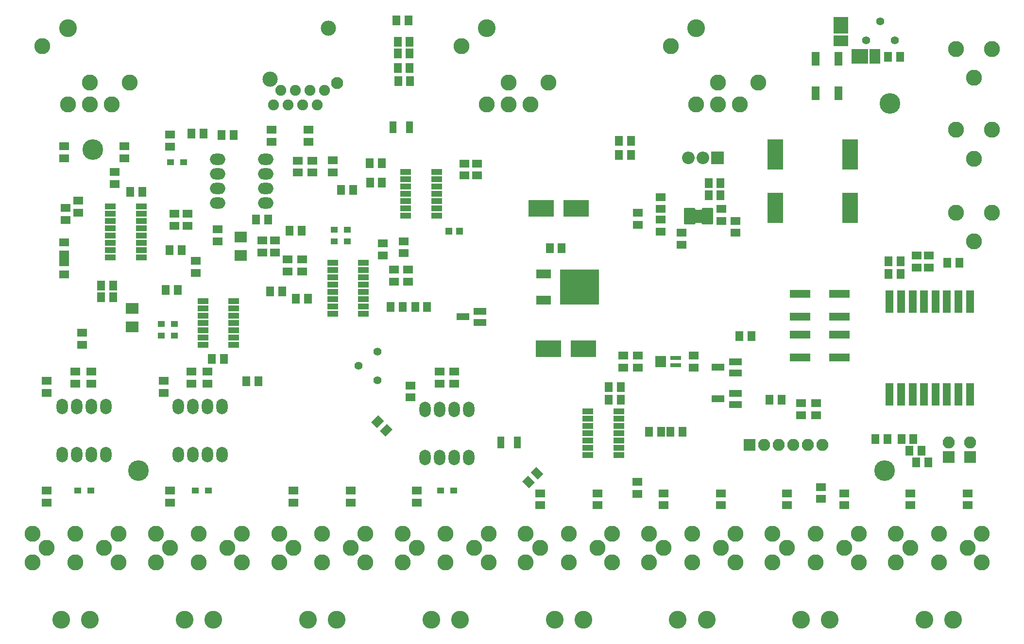
<source format=gbr>
G04 #@! TF.GenerationSoftware,KiCad,Pcbnew,5.1.4+dfsg1-1*
G04 #@! TF.CreationDate,2020-06-06T10:49:10+02:00*
G04 #@! TF.ProjectId,Midi_Merger,4d696469-5f4d-4657-9267-65722e6b6963,rev?*
G04 #@! TF.SameCoordinates,Original*
G04 #@! TF.FileFunction,Soldermask,Top*
G04 #@! TF.FilePolarity,Negative*
%FSLAX46Y46*%
G04 Gerber Fmt 4.6, Leading zero omitted, Abs format (unit mm)*
G04 Created by KiCad (PCBNEW 5.1.4+dfsg1-1) date 2020-06-06 10:49:10*
%MOMM*%
%LPD*%
G04 APERTURE LIST*
%ADD10R,1.400000X1.700000*%
%ADD11R,0.700000X1.850000*%
%ADD12R,1.700000X1.400000*%
%ADD13R,1.300000X1.000000*%
%ADD14C,3.100000*%
%ADD15C,2.800000*%
%ADD16R,1.900000X1.000000*%
%ADD17O,2.686000X1.974800*%
%ADD18O,1.974800X2.686000*%
%ADD19R,1.300000X1.300000*%
%ADD20R,3.600000X1.400000*%
%ADD21R,6.800000X6.200000*%
%ADD22R,2.600000X1.600000*%
%ADD23C,0.100000*%
%ADD24C,1.500000*%
%ADD25C,0.900000*%
%ADD26R,1.400000X3.900000*%
%ADD27R,2.800300X5.300000*%
%ADD28R,1.900000X0.800000*%
%ADD29O,2.100000X2.100000*%
%ADD30R,2.100000X2.100000*%
%ADD31R,2.300000X1.200000*%
%ADD32R,4.400000X2.900000*%
%ADD33C,1.400000*%
%ADD34R,1.400000X2.400000*%
%ADD35O,2.200000X2.200000*%
%ADD36R,2.200000X2.200000*%
%ADD37R,1.900000X2.500000*%
%ADD38R,2.900000X2.500000*%
%ADD39R,2.500000X2.900000*%
%ADD40R,2.500000X1.900000*%
%ADD41C,3.600000*%
%ADD42C,1.900000*%
%ADD43C,2.650000*%
%ADD44C,2.100000*%
%ADD45R,1.300000X2.100000*%
G04 APERTURE END LIST*
D10*
X68425000Y-98150000D03*
X66325000Y-98150000D03*
D11*
X57050000Y-99280000D03*
X57550000Y-99280000D03*
X58050000Y-99280000D03*
X58550000Y-99280000D03*
X58550000Y-102480000D03*
X58050000Y-102480000D03*
X57550000Y-102480000D03*
X57050000Y-102480000D03*
D10*
X111650000Y-101250000D03*
X113750000Y-101250000D03*
D12*
X68500000Y-103200000D03*
X68500000Y-105300000D03*
X84500000Y-104950000D03*
X84500000Y-107050000D03*
X29500000Y-92950000D03*
X29500000Y-95050000D03*
X46250000Y-95200000D03*
X46250000Y-97300000D03*
D10*
X132700000Y-133250000D03*
X134800000Y-133250000D03*
D13*
X47893000Y-86250000D03*
X45607000Y-86250000D03*
X76393000Y-100000000D03*
X74107000Y-100000000D03*
D10*
X62950000Y-108750000D03*
X65050000Y-108750000D03*
D13*
X76393000Y-98000000D03*
X74107000Y-98000000D03*
X92607000Y-143500000D03*
X94893000Y-143500000D03*
D10*
X90300000Y-111500000D03*
X88200000Y-111500000D03*
D13*
X49857000Y-143500000D03*
X52143000Y-143500000D03*
D12*
X27000000Y-105800000D03*
X27000000Y-103700000D03*
D13*
X46243000Y-114400000D03*
X43957000Y-114400000D03*
X46243000Y-116420000D03*
X43957000Y-116420000D03*
X29357000Y-143500000D03*
X31643000Y-143500000D03*
D12*
X50000000Y-105550000D03*
X50000000Y-103450000D03*
D14*
X182000000Y-166000000D03*
X177000000Y-166000000D03*
D15*
X187000000Y-151000000D03*
X187000000Y-156000000D03*
X179500000Y-151000000D03*
X172000000Y-151000000D03*
X179500000Y-156000000D03*
X172000000Y-156000000D03*
X184500000Y-153500000D03*
X174500000Y-153500000D03*
D14*
X139000000Y-166000000D03*
X134000000Y-166000000D03*
D15*
X144000000Y-151000000D03*
X144000000Y-156000000D03*
X136500000Y-151000000D03*
X129000000Y-151000000D03*
X136500000Y-156000000D03*
X129000000Y-156000000D03*
X141500000Y-153500000D03*
X131500000Y-153500000D03*
D14*
X160500000Y-166000000D03*
X155500000Y-166000000D03*
D15*
X165500000Y-151000000D03*
X165500000Y-156000000D03*
X158000000Y-151000000D03*
X150500000Y-151000000D03*
X158000000Y-156000000D03*
X150500000Y-156000000D03*
X163000000Y-153500000D03*
X153000000Y-153500000D03*
D14*
X96000000Y-166000000D03*
X91000000Y-166000000D03*
D15*
X101000000Y-151000000D03*
X101000000Y-156000000D03*
X93500000Y-151000000D03*
X86000000Y-151000000D03*
X93500000Y-156000000D03*
X86000000Y-156000000D03*
X98500000Y-153500000D03*
X88500000Y-153500000D03*
D14*
X117500000Y-166000000D03*
X112500000Y-166000000D03*
D15*
X122500000Y-151000000D03*
X122500000Y-156000000D03*
X115000000Y-151000000D03*
X107500000Y-151000000D03*
X115000000Y-156000000D03*
X107500000Y-156000000D03*
X120000000Y-153500000D03*
X110000000Y-153500000D03*
D14*
X53000000Y-166000000D03*
X48000000Y-166000000D03*
D15*
X58000000Y-151000000D03*
X58000000Y-156000000D03*
X50500000Y-151000000D03*
X43000000Y-151000000D03*
X50500000Y-156000000D03*
X43000000Y-156000000D03*
X55500000Y-153500000D03*
X45500000Y-153500000D03*
D14*
X74500000Y-166000000D03*
X69500000Y-166000000D03*
D15*
X79500000Y-151000000D03*
X79500000Y-156000000D03*
X72000000Y-151000000D03*
X64500000Y-151000000D03*
X72000000Y-156000000D03*
X64500000Y-156000000D03*
X77000000Y-153500000D03*
X67000000Y-153500000D03*
D14*
X31500000Y-166000000D03*
X26500000Y-166000000D03*
D15*
X36500000Y-151000000D03*
X36500000Y-156000000D03*
X29000000Y-151000000D03*
X21500000Y-151000000D03*
X29000000Y-156000000D03*
X21500000Y-156000000D03*
X34000000Y-153500000D03*
X24000000Y-153500000D03*
D10*
X131050000Y-133250000D03*
X128950000Y-133250000D03*
D12*
X70250000Y-85950000D03*
X70250000Y-88050000D03*
D10*
X80325000Y-89750000D03*
X82425000Y-89750000D03*
X49200000Y-81250000D03*
X51300000Y-81250000D03*
D12*
X67750000Y-85950000D03*
X67750000Y-88050000D03*
D10*
X82375000Y-86375000D03*
X80275000Y-86375000D03*
X67450000Y-110000000D03*
X69550000Y-110000000D03*
D12*
X184500000Y-146050000D03*
X184500000Y-143950000D03*
X141500000Y-146050000D03*
X141500000Y-143950000D03*
X66000000Y-103200000D03*
X66000000Y-105300000D03*
X174500000Y-146050000D03*
X174500000Y-143950000D03*
X131500000Y-146050000D03*
X131500000Y-143950000D03*
X163000000Y-146050000D03*
X163000000Y-143950000D03*
X95000000Y-122700000D03*
X95000000Y-124800000D03*
X88500000Y-143450000D03*
X88500000Y-145550000D03*
X92500000Y-122700000D03*
X92500000Y-124800000D03*
X153000000Y-146050000D03*
X153000000Y-143950000D03*
X120000000Y-146050000D03*
X120000000Y-143950000D03*
D10*
X86050000Y-111500000D03*
X83950000Y-111500000D03*
D12*
X87000000Y-104950000D03*
X87000000Y-107050000D03*
X110000000Y-146050000D03*
X110000000Y-143950000D03*
X52000000Y-122700000D03*
X52000000Y-124800000D03*
X45500000Y-143450000D03*
X45500000Y-145550000D03*
X49250000Y-122700000D03*
X49250000Y-124800000D03*
X27000000Y-83450000D03*
X27000000Y-85550000D03*
X37500000Y-83450000D03*
X37500000Y-85550000D03*
X27000000Y-102300000D03*
X27000000Y-100200000D03*
X77000000Y-145550000D03*
X77000000Y-143450000D03*
X27250000Y-94200000D03*
X27250000Y-96300000D03*
D10*
X46840000Y-108460000D03*
X44740000Y-108460000D03*
D12*
X67000000Y-145550000D03*
X67000000Y-143450000D03*
X31750000Y-122700000D03*
X31750000Y-124800000D03*
X24000000Y-143450000D03*
X24000000Y-145550000D03*
X29000000Y-122700000D03*
X29000000Y-124800000D03*
D10*
X47540000Y-101520000D03*
X45440000Y-101520000D03*
D12*
X48500000Y-95200000D03*
X48500000Y-97300000D03*
D16*
X86550000Y-87940000D03*
X86550000Y-89210000D03*
X86550000Y-90480000D03*
X86550000Y-91750000D03*
X86550000Y-93020000D03*
X86550000Y-94290000D03*
X86550000Y-95560000D03*
X91950000Y-95560000D03*
X91950000Y-94290000D03*
X91950000Y-93020000D03*
X91950000Y-91750000D03*
X91950000Y-90480000D03*
X91950000Y-89210000D03*
X91950000Y-87940000D03*
X73810000Y-103795000D03*
X73810000Y-105065000D03*
X73810000Y-106335000D03*
X73810000Y-107605000D03*
X73810000Y-108875000D03*
X73810000Y-110145000D03*
X73810000Y-111415000D03*
X73810000Y-112685000D03*
X79210000Y-112685000D03*
X79210000Y-111415000D03*
X79210000Y-110145000D03*
X79210000Y-108875000D03*
X79210000Y-107605000D03*
X79210000Y-106335000D03*
X79210000Y-105065000D03*
X79210000Y-103795000D03*
X118300000Y-129690000D03*
X118300000Y-130960000D03*
X118300000Y-132230000D03*
X118300000Y-133500000D03*
X118300000Y-134770000D03*
X118300000Y-136040000D03*
X118300000Y-137310000D03*
X123700000Y-137310000D03*
X123700000Y-136040000D03*
X123700000Y-134770000D03*
X123700000Y-133500000D03*
X123700000Y-132230000D03*
X123700000Y-130960000D03*
X123700000Y-129690000D03*
X56600000Y-118110000D03*
X56600000Y-116840000D03*
X56600000Y-115570000D03*
X56600000Y-114300000D03*
X56600000Y-113030000D03*
X56600000Y-111760000D03*
X56600000Y-110490000D03*
X51200000Y-110490000D03*
X51200000Y-111760000D03*
X51200000Y-113030000D03*
X51200000Y-114300000D03*
X51200000Y-115570000D03*
X51200000Y-116840000D03*
X51200000Y-118110000D03*
X35050000Y-93905000D03*
X35050000Y-95175000D03*
X35050000Y-96445000D03*
X35050000Y-97715000D03*
X35050000Y-98985000D03*
X35050000Y-100255000D03*
X35050000Y-101525000D03*
X35050000Y-102795000D03*
X40450000Y-102795000D03*
X40450000Y-101525000D03*
X40450000Y-100255000D03*
X40450000Y-98985000D03*
X40450000Y-97715000D03*
X40450000Y-96445000D03*
X40450000Y-95175000D03*
X40450000Y-93905000D03*
D10*
X125800000Y-82500000D03*
X123700000Y-82500000D03*
X125800000Y-85000000D03*
X123700000Y-85000000D03*
D17*
X62200000Y-85690000D03*
X53800000Y-93310000D03*
X53800000Y-85690000D03*
X53800000Y-88230000D03*
X53800000Y-90770000D03*
X62200000Y-93310000D03*
X62200000Y-90770000D03*
X62200000Y-88230000D03*
D18*
X26690000Y-128800000D03*
X34310000Y-137200000D03*
X26690000Y-137200000D03*
X29230000Y-137200000D03*
X31770000Y-137200000D03*
X34310000Y-128800000D03*
X31770000Y-128800000D03*
X29230000Y-128800000D03*
D10*
X35550000Y-109750000D03*
X33450000Y-109750000D03*
X35550000Y-107750000D03*
X33450000Y-107750000D03*
D14*
X137190000Y-62860000D03*
D15*
X141000000Y-76200000D03*
X132750000Y-66030000D03*
X141000000Y-72385000D03*
X137190000Y-76200000D03*
X144810000Y-76200000D03*
X147980000Y-72385000D03*
D14*
X100690000Y-62860000D03*
D15*
X104500000Y-76200000D03*
X96250000Y-66030000D03*
X104500000Y-72385000D03*
X100690000Y-76200000D03*
X108310000Y-76200000D03*
X111480000Y-72385000D03*
D14*
X27690000Y-62860000D03*
D15*
X31500000Y-76200000D03*
X23250000Y-66030000D03*
X31500000Y-72385000D03*
X27690000Y-76200000D03*
X35310000Y-76200000D03*
X38480000Y-72385000D03*
D18*
X89940000Y-129300000D03*
X97560000Y-137700000D03*
X89940000Y-137700000D03*
X92480000Y-137700000D03*
X95020000Y-137700000D03*
X97560000Y-129300000D03*
X95020000Y-129300000D03*
X92480000Y-129300000D03*
X46940000Y-128800000D03*
X54560000Y-137200000D03*
X46940000Y-137200000D03*
X49480000Y-137200000D03*
X52020000Y-137200000D03*
X54560000Y-128800000D03*
X52020000Y-128800000D03*
X49480000Y-128800000D03*
D12*
X73825000Y-88025000D03*
X73825000Y-85925000D03*
D10*
X75325000Y-91050000D03*
X77425000Y-91050000D03*
D19*
X94050000Y-98250000D03*
X95950000Y-98250000D03*
D20*
X162121080Y-116258200D03*
X155321080Y-116258200D03*
X155321080Y-120258200D03*
X162121080Y-120258200D03*
X155321080Y-109148740D03*
X162121080Y-109148740D03*
X162121080Y-113148740D03*
X155321080Y-113148740D03*
D21*
X116850000Y-108000000D03*
D22*
X110550000Y-110280000D03*
X110550000Y-105720000D03*
D23*
G36*
X138042506Y-94501642D02*
G01*
X138075599Y-94506550D01*
X138108052Y-94514679D01*
X138139551Y-94525950D01*
X138169794Y-94540254D01*
X138198490Y-94557454D01*
X138225361Y-94577383D01*
X138250150Y-94599850D01*
X138272617Y-94624639D01*
X138292546Y-94651510D01*
X138309746Y-94680206D01*
X138324050Y-94710449D01*
X138335321Y-94741948D01*
X138343450Y-94774401D01*
X138348358Y-94807494D01*
X138350000Y-94840909D01*
X138350000Y-96459091D01*
X138348358Y-96492506D01*
X138343450Y-96525599D01*
X138335321Y-96558052D01*
X138324050Y-96589551D01*
X138309746Y-96619794D01*
X138292546Y-96648490D01*
X138272617Y-96675361D01*
X138250150Y-96700150D01*
X138225361Y-96722617D01*
X138198490Y-96742546D01*
X138169794Y-96759746D01*
X138139551Y-96774050D01*
X138108052Y-96785321D01*
X138075599Y-96793450D01*
X138042506Y-96798358D01*
X138009091Y-96800000D01*
X137190909Y-96800000D01*
X137157494Y-96798358D01*
X137124401Y-96793450D01*
X137091948Y-96785321D01*
X137060449Y-96774050D01*
X137030206Y-96759746D01*
X137001510Y-96742546D01*
X136974639Y-96722617D01*
X136949850Y-96700150D01*
X136927383Y-96675361D01*
X136907454Y-96648490D01*
X136890254Y-96619794D01*
X136875950Y-96589551D01*
X136864679Y-96558052D01*
X136856550Y-96525599D01*
X136851642Y-96492506D01*
X136850000Y-96459091D01*
X136850000Y-94840909D01*
X136851642Y-94807494D01*
X136856550Y-94774401D01*
X136864679Y-94741948D01*
X136875950Y-94710449D01*
X136890254Y-94680206D01*
X136907454Y-94651510D01*
X136927383Y-94624639D01*
X136949850Y-94599850D01*
X136974639Y-94577383D01*
X137001510Y-94557454D01*
X137030206Y-94540254D01*
X137060449Y-94525950D01*
X137091948Y-94514679D01*
X137124401Y-94506550D01*
X137157494Y-94501642D01*
X137190909Y-94500000D01*
X138009091Y-94500000D01*
X138042506Y-94501642D01*
X138042506Y-94501642D01*
G37*
D24*
X137600000Y-95650000D03*
D23*
G36*
X139972054Y-96176083D02*
G01*
X139993895Y-96179323D01*
X140015314Y-96184688D01*
X140036104Y-96192127D01*
X140056064Y-96201568D01*
X140075003Y-96212919D01*
X140092738Y-96226073D01*
X140109099Y-96240901D01*
X140123927Y-96257262D01*
X140137081Y-96274997D01*
X140148432Y-96293936D01*
X140157873Y-96313896D01*
X140165312Y-96334686D01*
X140170677Y-96356105D01*
X140173917Y-96377946D01*
X140175000Y-96400000D01*
X140175000Y-96850000D01*
X140173917Y-96872054D01*
X140170677Y-96893895D01*
X140165312Y-96915314D01*
X140157873Y-96936104D01*
X140148432Y-96956064D01*
X140137081Y-96975003D01*
X140123927Y-96992738D01*
X140109099Y-97009099D01*
X140092738Y-97023927D01*
X140075003Y-97037081D01*
X140056064Y-97048432D01*
X140036104Y-97057873D01*
X140015314Y-97065312D01*
X139993895Y-97070677D01*
X139972054Y-97073917D01*
X139950000Y-97075000D01*
X138375000Y-97075000D01*
X138352946Y-97073917D01*
X138331105Y-97070677D01*
X138309686Y-97065312D01*
X138288896Y-97057873D01*
X138268936Y-97048432D01*
X138249997Y-97037081D01*
X138232262Y-97023927D01*
X138215901Y-97009099D01*
X138201073Y-96992738D01*
X138187919Y-96975003D01*
X138176568Y-96956064D01*
X138167127Y-96936104D01*
X138159688Y-96915314D01*
X138154323Y-96893895D01*
X138151083Y-96872054D01*
X138150000Y-96850000D01*
X138150000Y-96400000D01*
X138151083Y-96377946D01*
X138154323Y-96356105D01*
X138159688Y-96334686D01*
X138167127Y-96313896D01*
X138176568Y-96293936D01*
X138187919Y-96274997D01*
X138201073Y-96257262D01*
X138215901Y-96240901D01*
X138232262Y-96226073D01*
X138249997Y-96212919D01*
X138268936Y-96201568D01*
X138288896Y-96192127D01*
X138309686Y-96184688D01*
X138331105Y-96179323D01*
X138352946Y-96176083D01*
X138375000Y-96175000D01*
X139950000Y-96175000D01*
X139972054Y-96176083D01*
X139972054Y-96176083D01*
G37*
D25*
X139162500Y-96625000D03*
D23*
G36*
X139972054Y-95526083D02*
G01*
X139993895Y-95529323D01*
X140015314Y-95534688D01*
X140036104Y-95542127D01*
X140056064Y-95551568D01*
X140075003Y-95562919D01*
X140092738Y-95576073D01*
X140109099Y-95590901D01*
X140123927Y-95607262D01*
X140137081Y-95624997D01*
X140148432Y-95643936D01*
X140157873Y-95663896D01*
X140165312Y-95684686D01*
X140170677Y-95706105D01*
X140173917Y-95727946D01*
X140175000Y-95750000D01*
X140175000Y-96200000D01*
X140173917Y-96222054D01*
X140170677Y-96243895D01*
X140165312Y-96265314D01*
X140157873Y-96286104D01*
X140148432Y-96306064D01*
X140137081Y-96325003D01*
X140123927Y-96342738D01*
X140109099Y-96359099D01*
X140092738Y-96373927D01*
X140075003Y-96387081D01*
X140056064Y-96398432D01*
X140036104Y-96407873D01*
X140015314Y-96415312D01*
X139993895Y-96420677D01*
X139972054Y-96423917D01*
X139950000Y-96425000D01*
X138375000Y-96425000D01*
X138352946Y-96423917D01*
X138331105Y-96420677D01*
X138309686Y-96415312D01*
X138288896Y-96407873D01*
X138268936Y-96398432D01*
X138249997Y-96387081D01*
X138232262Y-96373927D01*
X138215901Y-96359099D01*
X138201073Y-96342738D01*
X138187919Y-96325003D01*
X138176568Y-96306064D01*
X138167127Y-96286104D01*
X138159688Y-96265314D01*
X138154323Y-96243895D01*
X138151083Y-96222054D01*
X138150000Y-96200000D01*
X138150000Y-95750000D01*
X138151083Y-95727946D01*
X138154323Y-95706105D01*
X138159688Y-95684686D01*
X138167127Y-95663896D01*
X138176568Y-95643936D01*
X138187919Y-95624997D01*
X138201073Y-95607262D01*
X138215901Y-95590901D01*
X138232262Y-95576073D01*
X138249997Y-95562919D01*
X138268936Y-95551568D01*
X138288896Y-95542127D01*
X138309686Y-95534688D01*
X138331105Y-95529323D01*
X138352946Y-95526083D01*
X138375000Y-95525000D01*
X139950000Y-95525000D01*
X139972054Y-95526083D01*
X139972054Y-95526083D01*
G37*
D25*
X139162500Y-95975000D03*
D23*
G36*
X139972054Y-94876083D02*
G01*
X139993895Y-94879323D01*
X140015314Y-94884688D01*
X140036104Y-94892127D01*
X140056064Y-94901568D01*
X140075003Y-94912919D01*
X140092738Y-94926073D01*
X140109099Y-94940901D01*
X140123927Y-94957262D01*
X140137081Y-94974997D01*
X140148432Y-94993936D01*
X140157873Y-95013896D01*
X140165312Y-95034686D01*
X140170677Y-95056105D01*
X140173917Y-95077946D01*
X140175000Y-95100000D01*
X140175000Y-95550000D01*
X140173917Y-95572054D01*
X140170677Y-95593895D01*
X140165312Y-95615314D01*
X140157873Y-95636104D01*
X140148432Y-95656064D01*
X140137081Y-95675003D01*
X140123927Y-95692738D01*
X140109099Y-95709099D01*
X140092738Y-95723927D01*
X140075003Y-95737081D01*
X140056064Y-95748432D01*
X140036104Y-95757873D01*
X140015314Y-95765312D01*
X139993895Y-95770677D01*
X139972054Y-95773917D01*
X139950000Y-95775000D01*
X138375000Y-95775000D01*
X138352946Y-95773917D01*
X138331105Y-95770677D01*
X138309686Y-95765312D01*
X138288896Y-95757873D01*
X138268936Y-95748432D01*
X138249997Y-95737081D01*
X138232262Y-95723927D01*
X138215901Y-95709099D01*
X138201073Y-95692738D01*
X138187919Y-95675003D01*
X138176568Y-95656064D01*
X138167127Y-95636104D01*
X138159688Y-95615314D01*
X138154323Y-95593895D01*
X138151083Y-95572054D01*
X138150000Y-95550000D01*
X138150000Y-95100000D01*
X138151083Y-95077946D01*
X138154323Y-95056105D01*
X138159688Y-95034686D01*
X138167127Y-95013896D01*
X138176568Y-94993936D01*
X138187919Y-94974997D01*
X138201073Y-94957262D01*
X138215901Y-94940901D01*
X138232262Y-94926073D01*
X138249997Y-94912919D01*
X138268936Y-94901568D01*
X138288896Y-94892127D01*
X138309686Y-94884688D01*
X138331105Y-94879323D01*
X138352946Y-94876083D01*
X138375000Y-94875000D01*
X139950000Y-94875000D01*
X139972054Y-94876083D01*
X139972054Y-94876083D01*
G37*
D25*
X139162500Y-95325000D03*
D23*
G36*
X139972054Y-94226083D02*
G01*
X139993895Y-94229323D01*
X140015314Y-94234688D01*
X140036104Y-94242127D01*
X140056064Y-94251568D01*
X140075003Y-94262919D01*
X140092738Y-94276073D01*
X140109099Y-94290901D01*
X140123927Y-94307262D01*
X140137081Y-94324997D01*
X140148432Y-94343936D01*
X140157873Y-94363896D01*
X140165312Y-94384686D01*
X140170677Y-94406105D01*
X140173917Y-94427946D01*
X140175000Y-94450000D01*
X140175000Y-94900000D01*
X140173917Y-94922054D01*
X140170677Y-94943895D01*
X140165312Y-94965314D01*
X140157873Y-94986104D01*
X140148432Y-95006064D01*
X140137081Y-95025003D01*
X140123927Y-95042738D01*
X140109099Y-95059099D01*
X140092738Y-95073927D01*
X140075003Y-95087081D01*
X140056064Y-95098432D01*
X140036104Y-95107873D01*
X140015314Y-95115312D01*
X139993895Y-95120677D01*
X139972054Y-95123917D01*
X139950000Y-95125000D01*
X138375000Y-95125000D01*
X138352946Y-95123917D01*
X138331105Y-95120677D01*
X138309686Y-95115312D01*
X138288896Y-95107873D01*
X138268936Y-95098432D01*
X138249997Y-95087081D01*
X138232262Y-95073927D01*
X138215901Y-95059099D01*
X138201073Y-95042738D01*
X138187919Y-95025003D01*
X138176568Y-95006064D01*
X138167127Y-94986104D01*
X138159688Y-94965314D01*
X138154323Y-94943895D01*
X138151083Y-94922054D01*
X138150000Y-94900000D01*
X138150000Y-94450000D01*
X138151083Y-94427946D01*
X138154323Y-94406105D01*
X138159688Y-94384686D01*
X138167127Y-94363896D01*
X138176568Y-94343936D01*
X138187919Y-94324997D01*
X138201073Y-94307262D01*
X138215901Y-94290901D01*
X138232262Y-94276073D01*
X138249997Y-94262919D01*
X138268936Y-94251568D01*
X138288896Y-94242127D01*
X138309686Y-94234688D01*
X138331105Y-94229323D01*
X138352946Y-94226083D01*
X138375000Y-94225000D01*
X139950000Y-94225000D01*
X139972054Y-94226083D01*
X139972054Y-94226083D01*
G37*
D25*
X139162500Y-94675000D03*
D23*
G36*
X136847054Y-94226083D02*
G01*
X136868895Y-94229323D01*
X136890314Y-94234688D01*
X136911104Y-94242127D01*
X136931064Y-94251568D01*
X136950003Y-94262919D01*
X136967738Y-94276073D01*
X136984099Y-94290901D01*
X136998927Y-94307262D01*
X137012081Y-94324997D01*
X137023432Y-94343936D01*
X137032873Y-94363896D01*
X137040312Y-94384686D01*
X137045677Y-94406105D01*
X137048917Y-94427946D01*
X137050000Y-94450000D01*
X137050000Y-94900000D01*
X137048917Y-94922054D01*
X137045677Y-94943895D01*
X137040312Y-94965314D01*
X137032873Y-94986104D01*
X137023432Y-95006064D01*
X137012081Y-95025003D01*
X136998927Y-95042738D01*
X136984099Y-95059099D01*
X136967738Y-95073927D01*
X136950003Y-95087081D01*
X136931064Y-95098432D01*
X136911104Y-95107873D01*
X136890314Y-95115312D01*
X136868895Y-95120677D01*
X136847054Y-95123917D01*
X136825000Y-95125000D01*
X135250000Y-95125000D01*
X135227946Y-95123917D01*
X135206105Y-95120677D01*
X135184686Y-95115312D01*
X135163896Y-95107873D01*
X135143936Y-95098432D01*
X135124997Y-95087081D01*
X135107262Y-95073927D01*
X135090901Y-95059099D01*
X135076073Y-95042738D01*
X135062919Y-95025003D01*
X135051568Y-95006064D01*
X135042127Y-94986104D01*
X135034688Y-94965314D01*
X135029323Y-94943895D01*
X135026083Y-94922054D01*
X135025000Y-94900000D01*
X135025000Y-94450000D01*
X135026083Y-94427946D01*
X135029323Y-94406105D01*
X135034688Y-94384686D01*
X135042127Y-94363896D01*
X135051568Y-94343936D01*
X135062919Y-94324997D01*
X135076073Y-94307262D01*
X135090901Y-94290901D01*
X135107262Y-94276073D01*
X135124997Y-94262919D01*
X135143936Y-94251568D01*
X135163896Y-94242127D01*
X135184686Y-94234688D01*
X135206105Y-94229323D01*
X135227946Y-94226083D01*
X135250000Y-94225000D01*
X136825000Y-94225000D01*
X136847054Y-94226083D01*
X136847054Y-94226083D01*
G37*
D25*
X136037500Y-94675000D03*
D23*
G36*
X136847054Y-94876083D02*
G01*
X136868895Y-94879323D01*
X136890314Y-94884688D01*
X136911104Y-94892127D01*
X136931064Y-94901568D01*
X136950003Y-94912919D01*
X136967738Y-94926073D01*
X136984099Y-94940901D01*
X136998927Y-94957262D01*
X137012081Y-94974997D01*
X137023432Y-94993936D01*
X137032873Y-95013896D01*
X137040312Y-95034686D01*
X137045677Y-95056105D01*
X137048917Y-95077946D01*
X137050000Y-95100000D01*
X137050000Y-95550000D01*
X137048917Y-95572054D01*
X137045677Y-95593895D01*
X137040312Y-95615314D01*
X137032873Y-95636104D01*
X137023432Y-95656064D01*
X137012081Y-95675003D01*
X136998927Y-95692738D01*
X136984099Y-95709099D01*
X136967738Y-95723927D01*
X136950003Y-95737081D01*
X136931064Y-95748432D01*
X136911104Y-95757873D01*
X136890314Y-95765312D01*
X136868895Y-95770677D01*
X136847054Y-95773917D01*
X136825000Y-95775000D01*
X135250000Y-95775000D01*
X135227946Y-95773917D01*
X135206105Y-95770677D01*
X135184686Y-95765312D01*
X135163896Y-95757873D01*
X135143936Y-95748432D01*
X135124997Y-95737081D01*
X135107262Y-95723927D01*
X135090901Y-95709099D01*
X135076073Y-95692738D01*
X135062919Y-95675003D01*
X135051568Y-95656064D01*
X135042127Y-95636104D01*
X135034688Y-95615314D01*
X135029323Y-95593895D01*
X135026083Y-95572054D01*
X135025000Y-95550000D01*
X135025000Y-95100000D01*
X135026083Y-95077946D01*
X135029323Y-95056105D01*
X135034688Y-95034686D01*
X135042127Y-95013896D01*
X135051568Y-94993936D01*
X135062919Y-94974997D01*
X135076073Y-94957262D01*
X135090901Y-94940901D01*
X135107262Y-94926073D01*
X135124997Y-94912919D01*
X135143936Y-94901568D01*
X135163896Y-94892127D01*
X135184686Y-94884688D01*
X135206105Y-94879323D01*
X135227946Y-94876083D01*
X135250000Y-94875000D01*
X136825000Y-94875000D01*
X136847054Y-94876083D01*
X136847054Y-94876083D01*
G37*
D25*
X136037500Y-95325000D03*
D23*
G36*
X136847054Y-95526083D02*
G01*
X136868895Y-95529323D01*
X136890314Y-95534688D01*
X136911104Y-95542127D01*
X136931064Y-95551568D01*
X136950003Y-95562919D01*
X136967738Y-95576073D01*
X136984099Y-95590901D01*
X136998927Y-95607262D01*
X137012081Y-95624997D01*
X137023432Y-95643936D01*
X137032873Y-95663896D01*
X137040312Y-95684686D01*
X137045677Y-95706105D01*
X137048917Y-95727946D01*
X137050000Y-95750000D01*
X137050000Y-96200000D01*
X137048917Y-96222054D01*
X137045677Y-96243895D01*
X137040312Y-96265314D01*
X137032873Y-96286104D01*
X137023432Y-96306064D01*
X137012081Y-96325003D01*
X136998927Y-96342738D01*
X136984099Y-96359099D01*
X136967738Y-96373927D01*
X136950003Y-96387081D01*
X136931064Y-96398432D01*
X136911104Y-96407873D01*
X136890314Y-96415312D01*
X136868895Y-96420677D01*
X136847054Y-96423917D01*
X136825000Y-96425000D01*
X135250000Y-96425000D01*
X135227946Y-96423917D01*
X135206105Y-96420677D01*
X135184686Y-96415312D01*
X135163896Y-96407873D01*
X135143936Y-96398432D01*
X135124997Y-96387081D01*
X135107262Y-96373927D01*
X135090901Y-96359099D01*
X135076073Y-96342738D01*
X135062919Y-96325003D01*
X135051568Y-96306064D01*
X135042127Y-96286104D01*
X135034688Y-96265314D01*
X135029323Y-96243895D01*
X135026083Y-96222054D01*
X135025000Y-96200000D01*
X135025000Y-95750000D01*
X135026083Y-95727946D01*
X135029323Y-95706105D01*
X135034688Y-95684686D01*
X135042127Y-95663896D01*
X135051568Y-95643936D01*
X135062919Y-95624997D01*
X135076073Y-95607262D01*
X135090901Y-95590901D01*
X135107262Y-95576073D01*
X135124997Y-95562919D01*
X135143936Y-95551568D01*
X135163896Y-95542127D01*
X135184686Y-95534688D01*
X135206105Y-95529323D01*
X135227946Y-95526083D01*
X135250000Y-95525000D01*
X136825000Y-95525000D01*
X136847054Y-95526083D01*
X136847054Y-95526083D01*
G37*
D25*
X136037500Y-95975000D03*
D23*
G36*
X136847054Y-96176083D02*
G01*
X136868895Y-96179323D01*
X136890314Y-96184688D01*
X136911104Y-96192127D01*
X136931064Y-96201568D01*
X136950003Y-96212919D01*
X136967738Y-96226073D01*
X136984099Y-96240901D01*
X136998927Y-96257262D01*
X137012081Y-96274997D01*
X137023432Y-96293936D01*
X137032873Y-96313896D01*
X137040312Y-96334686D01*
X137045677Y-96356105D01*
X137048917Y-96377946D01*
X137050000Y-96400000D01*
X137050000Y-96850000D01*
X137048917Y-96872054D01*
X137045677Y-96893895D01*
X137040312Y-96915314D01*
X137032873Y-96936104D01*
X137023432Y-96956064D01*
X137012081Y-96975003D01*
X136998927Y-96992738D01*
X136984099Y-97009099D01*
X136967738Y-97023927D01*
X136950003Y-97037081D01*
X136931064Y-97048432D01*
X136911104Y-97057873D01*
X136890314Y-97065312D01*
X136868895Y-97070677D01*
X136847054Y-97073917D01*
X136825000Y-97075000D01*
X135250000Y-97075000D01*
X135227946Y-97073917D01*
X135206105Y-97070677D01*
X135184686Y-97065312D01*
X135163896Y-97057873D01*
X135143936Y-97048432D01*
X135124997Y-97037081D01*
X135107262Y-97023927D01*
X135090901Y-97009099D01*
X135076073Y-96992738D01*
X135062919Y-96975003D01*
X135051568Y-96956064D01*
X135042127Y-96936104D01*
X135034688Y-96915314D01*
X135029323Y-96893895D01*
X135026083Y-96872054D01*
X135025000Y-96850000D01*
X135025000Y-96400000D01*
X135026083Y-96377946D01*
X135029323Y-96356105D01*
X135034688Y-96334686D01*
X135042127Y-96313896D01*
X135051568Y-96293936D01*
X135062919Y-96274997D01*
X135076073Y-96257262D01*
X135090901Y-96240901D01*
X135107262Y-96226073D01*
X135124997Y-96212919D01*
X135143936Y-96201568D01*
X135163896Y-96192127D01*
X135184686Y-96184688D01*
X135206105Y-96179323D01*
X135227946Y-96176083D01*
X135250000Y-96175000D01*
X136825000Y-96175000D01*
X136847054Y-96176083D01*
X136847054Y-96176083D01*
G37*
D25*
X136037500Y-96625000D03*
D26*
X184900000Y-126700000D03*
X182900000Y-126700000D03*
X180900000Y-126700000D03*
X178900000Y-126700000D03*
X176900000Y-126700000D03*
X174900000Y-126700000D03*
X172900000Y-126700000D03*
X170900000Y-126700000D03*
X170900000Y-110500000D03*
X172900000Y-110500000D03*
X174900000Y-110500000D03*
X176900000Y-110500000D03*
X178900000Y-110500000D03*
X180900000Y-110500000D03*
X182900000Y-110500000D03*
X184900000Y-110500000D03*
D12*
X127000000Y-122050000D03*
X127000000Y-119950000D03*
X136750000Y-119950000D03*
X136750000Y-122050000D03*
X124500000Y-119950000D03*
X124500000Y-122050000D03*
D10*
X144750000Y-116550000D03*
X146850000Y-116550000D03*
X176450000Y-136500000D03*
X174350000Y-136500000D03*
X152050000Y-127600000D03*
X149950000Y-127600000D03*
X175050000Y-134500000D03*
X172950000Y-134500000D03*
D12*
X175634940Y-102532080D03*
X175634940Y-104632080D03*
X131000000Y-94400000D03*
X131000000Y-92300000D03*
X131000000Y-96250000D03*
X131000000Y-98350000D03*
X127000000Y-97150000D03*
X127000000Y-95050000D03*
D27*
X151000000Y-84900000D03*
X151000000Y-94200000D03*
X164000000Y-94200000D03*
X164000000Y-84900000D03*
D10*
X54850000Y-120500000D03*
X52750000Y-120500000D03*
X170706360Y-103528740D03*
X172806360Y-103528740D03*
X180950000Y-103800000D03*
X183050000Y-103800000D03*
D12*
X158050000Y-130350000D03*
X158050000Y-128250000D03*
X155500000Y-130350000D03*
X155500000Y-128250000D03*
D28*
X133660000Y-120350000D03*
X133660000Y-121650000D03*
X131000000Y-121650000D03*
X131000000Y-121000000D03*
X131000000Y-120350000D03*
D29*
X184900000Y-135060000D03*
D30*
X184900000Y-137600000D03*
D15*
X188700000Y-66500000D03*
X185600000Y-71500000D03*
X182500000Y-66500000D03*
X182500000Y-80600000D03*
X185600000Y-85600000D03*
X188700000Y-80600000D03*
X188700000Y-95000000D03*
X185600000Y-100000000D03*
X182500000Y-95000000D03*
D29*
X181200000Y-135060000D03*
D30*
X181200000Y-137600000D03*
D31*
X141000000Y-122000000D03*
X144000000Y-121050000D03*
X144000000Y-122950000D03*
X141000000Y-127500000D03*
X144000000Y-126550000D03*
X144000000Y-128450000D03*
D10*
X175550000Y-138600000D03*
X177650000Y-138600000D03*
D31*
X96500000Y-113200000D03*
X99500000Y-112250000D03*
X99500000Y-114150000D03*
D12*
X35800000Y-90050000D03*
X35800000Y-87950000D03*
D10*
X38550000Y-91400000D03*
X40650000Y-91400000D03*
D32*
X116300000Y-94250000D03*
X110200000Y-94250000D03*
X117550000Y-118750000D03*
X111450000Y-118750000D03*
D12*
X69600000Y-82650000D03*
X69600000Y-80550000D03*
X63200000Y-80550000D03*
X63200000Y-82650000D03*
X86200000Y-102100000D03*
X86200000Y-100000000D03*
X82600000Y-100350000D03*
X82600000Y-102450000D03*
D33*
X83142462Y-132942462D03*
D23*
G36*
X84238478Y-132836396D02*
G01*
X83036396Y-134038478D01*
X82046446Y-133048528D01*
X83248528Y-131846446D01*
X84238478Y-132836396D01*
X84238478Y-132836396D01*
G37*
D33*
X81657538Y-131457538D03*
D23*
G36*
X82753554Y-131351472D02*
G01*
X81551472Y-132553554D01*
X80561522Y-131563604D01*
X81763604Y-130361522D01*
X82753554Y-131351472D01*
X82753554Y-131351472D01*
G37*
D12*
X87400000Y-125150000D03*
X87400000Y-127250000D03*
D10*
X58750000Y-124400000D03*
X60850000Y-124400000D03*
D12*
X44400000Y-124350000D03*
X44400000Y-126450000D03*
X30200000Y-118050000D03*
X30200000Y-115950000D03*
X24000000Y-124350000D03*
X24000000Y-126450000D03*
D10*
X62600000Y-96200000D03*
X60500000Y-96200000D03*
D12*
X53750000Y-97950000D03*
X53750000Y-100050000D03*
D10*
X172836840Y-105664880D03*
X170736840Y-105664880D03*
D12*
X177753300Y-104632080D03*
X177753300Y-102532080D03*
D29*
X159200000Y-135500000D03*
X156660000Y-135500000D03*
X154120000Y-135500000D03*
X151580000Y-135500000D03*
X149040000Y-135500000D03*
D30*
X146500000Y-135500000D03*
D10*
X168458460Y-134516740D03*
X170558460Y-134516740D03*
D12*
X99000000Y-86450000D03*
X99000000Y-88550000D03*
X96750000Y-88550000D03*
X96750000Y-86450000D03*
D33*
X81650000Y-124250000D03*
X78350000Y-121750000D03*
X81650000Y-119250000D03*
D12*
X134600000Y-98550000D03*
X134600000Y-100650000D03*
X141600000Y-94350000D03*
X141600000Y-96450000D03*
D10*
X139350000Y-92000000D03*
X141450000Y-92000000D03*
X121950000Y-125400000D03*
X124050000Y-125400000D03*
X124050000Y-127600000D03*
X121950000Y-127600000D03*
D11*
X38150000Y-114900000D03*
X38650000Y-114900000D03*
X39150000Y-114900000D03*
X39650000Y-114900000D03*
X39650000Y-111700000D03*
X39150000Y-111700000D03*
X38650000Y-111700000D03*
X38150000Y-111700000D03*
D12*
X144000000Y-96450000D03*
X144000000Y-98550000D03*
D34*
X158000000Y-74200000D03*
X162000000Y-74200000D03*
X162000000Y-68200000D03*
X158000000Y-68200000D03*
D10*
X139350000Y-89900000D03*
X141450000Y-89900000D03*
D35*
X135820000Y-85500000D03*
X138360000Y-85500000D03*
D36*
X140900000Y-85500000D03*
D10*
X172750000Y-67900000D03*
X170650000Y-67900000D03*
D33*
X166800000Y-64950000D03*
X169300000Y-61650000D03*
X171800000Y-64950000D03*
D37*
X168330000Y-67800000D03*
D38*
X165670000Y-67800000D03*
D39*
X162400000Y-62370000D03*
D40*
X162400000Y-65030000D03*
D41*
X171000000Y-76000000D03*
X170000000Y-140000000D03*
X32000000Y-84000000D03*
X40000000Y-140000000D03*
D10*
X85250000Y-72100000D03*
X87350000Y-72100000D03*
X87250000Y-69800000D03*
X85150000Y-69800000D03*
X56550000Y-81500000D03*
X54450000Y-81500000D03*
D12*
X45500000Y-83550000D03*
X45500000Y-81450000D03*
D10*
X85150000Y-67300000D03*
X87250000Y-67300000D03*
X87250000Y-65200000D03*
X85150000Y-65200000D03*
X87050000Y-61500000D03*
X84950000Y-61500000D03*
D42*
X72440000Y-73700000D03*
X71170000Y-76240000D03*
X69900000Y-73700000D03*
X68630000Y-76240000D03*
X67360000Y-73700000D03*
X66090000Y-76240000D03*
X64820000Y-73700000D03*
X63550000Y-76240000D03*
D43*
X73080000Y-62900000D03*
X62920000Y-71790000D03*
D44*
X74595000Y-72430400D03*
D45*
X87250000Y-80100000D03*
X84350000Y-80100000D03*
D12*
X61600000Y-102000000D03*
X61600000Y-99900000D03*
X63800000Y-99900000D03*
X63800000Y-102000000D03*
D45*
X106050000Y-135100000D03*
X103150000Y-135100000D03*
D12*
X158900000Y-144950000D03*
X158900000Y-142850000D03*
X126900000Y-141950000D03*
X126900000Y-144050000D03*
D33*
X107957538Y-141942462D03*
D23*
G36*
X108063604Y-143038478D02*
G01*
X106861522Y-141836396D01*
X107851472Y-140846446D01*
X109053554Y-142048528D01*
X108063604Y-143038478D01*
X108063604Y-143038478D01*
G37*
D33*
X109442462Y-140457538D03*
D23*
G36*
X109548528Y-141553554D02*
G01*
X108346446Y-140351472D01*
X109336396Y-139361522D01*
X110538478Y-140563604D01*
X109548528Y-141553554D01*
X109548528Y-141553554D01*
G37*
M02*

</source>
